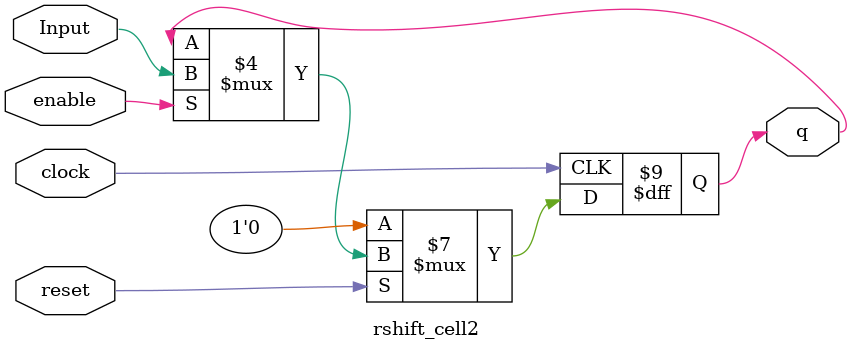
<source format=v>


module rshift_cell2(
	  input  wire enable,
    input  wire clock,
    input  wire reset,
    input  wire Input,
    output reg q
);

always@(posedge clock)    // rising clock edge
begin   
  if (reset == 1'b0)      // synchronous reset (active low)
        q <= 1'b0;
  else
	  if (enable == 1'b1) 
	    begin
      q <= Input;
      end
end

endmodule
</source>
